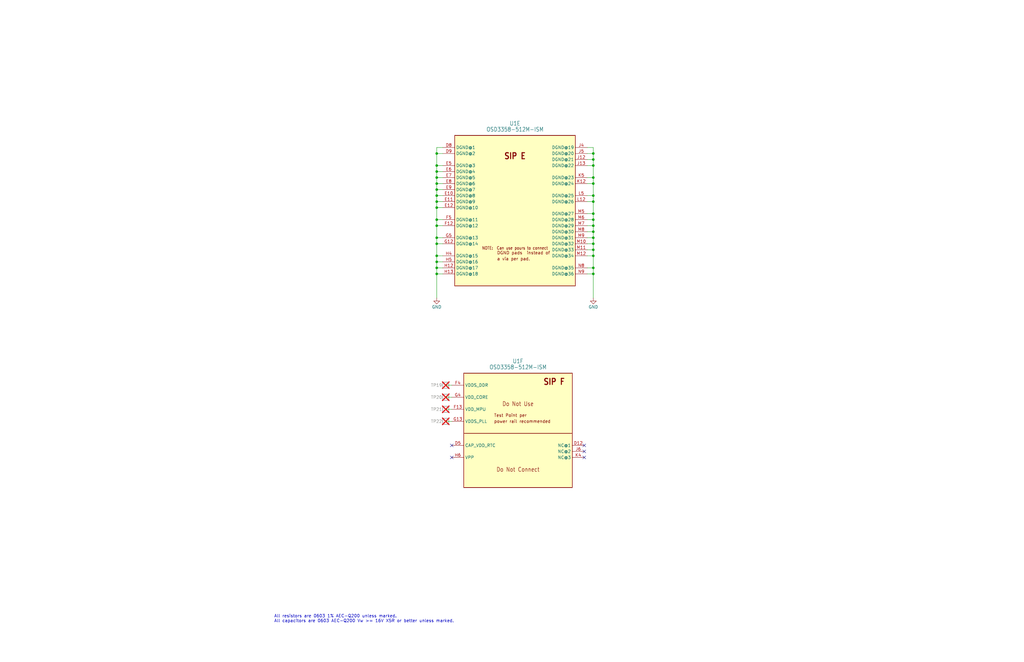
<source format=kicad_sch>
(kicad_sch (version 20250114) (generator "eeschema") (generator_version "9.0")
  (paper "B")
  (title_block (title "OreSat C3: OSD3358 SIP E + F") (date "2023-05-29") (rev "6.1"))
  (lib_symbols
    (symbol "oresat-ics:OSD3358-512M-BSM"
      (property "Reference" "U" (at 0 87.63 0))
      (property "Value" "OSD3358-512M-BSM" (at 0 85.09 0))
      (symbol "OSD3358-512M-BSM_1_0"
        (polyline (pts (xy -30.48 83.82) (xy 0 83.82)) (stroke (width 0.254)))
        (polyline (pts (xy -30.48 68.58) (xy -30.48 83.82)) (stroke (width 0.254)))
        (polyline (pts (xy -30.48 53.34) (xy -30.48 68.58)) (stroke (width 0.254)))
        (polyline (pts (xy -30.48 30.48) (xy -30.48 53.34)) (stroke (width 0.254)))
        (polyline (pts (xy -30.48 10.16) (xy -30.48 30.48)) (stroke (width 0.254)))
        (polyline (pts (xy -30.48 0) (xy -30.48 10.16)) (stroke (width 0.254)))
        (polyline (pts (xy -30.48 -10.16) (xy -30.48 0)) (stroke (width 0.254)))
        (polyline (pts (xy -30.48 -45.72) (xy -30.48 -10.16)) (stroke (width 0.254)))
        (polyline (pts (xy -30.48 -68.58) (xy -30.48 -45.72)) (stroke (width 0.254)))
        (polyline (pts (xy -30.48 -78.74) (xy -30.48 -68.58)) (stroke (width 0.254)))
        (polyline (pts (xy -30.48 -88.9) (xy -30.48 -78.74)) (stroke (width 0.254)))
        (polyline (pts (xy -30.48 -88.9) (xy 0 -88.9)) (stroke (width 0.254)))
        (polyline (pts (xy 0 83.82) (xy 0 68.58)) (stroke (width 0.254)))
        (polyline (pts (xy 0 83.82) (xy 30.48 83.82)) (stroke (width 0.254)))
        (polyline (pts (xy 0 68.58) (xy -30.48 68.58)) (stroke (width 0.254)))
        (polyline (pts (xy 0 68.58) (xy 0 66.04)) (stroke (width 0.254)))
        (polyline (pts (xy 0 66.04) (xy 0 53.34)) (stroke (width 0.254)))
        (polyline (pts (xy 0 53.34) (xy -30.48 53.34)) (stroke (width 0.254)))
        (polyline (pts (xy 0 53.34) (xy 0 48.26)) (stroke (width 0.254)))
        (polyline (pts (xy 0 48.26) (xy 0 35.56)) (stroke (width 0.254)))
        (polyline (pts (xy 0 35.56) (xy 0 30.48)) (stroke (width 0.254)))
        (polyline (pts (xy 0 30.48) (xy -30.48 30.48)) (stroke (width 0.254)))
        (polyline (pts (xy 0 30.48) (xy 0 22.86)) (stroke (width 0.254)))
        (polyline (pts (xy 0 22.86) (xy 0 10.16)) (stroke (width 0.254)))
        (polyline (pts (xy 0 10.16) (xy -30.48 10.16)) (stroke (width 0.254)))
        (polyline (pts (xy 0 10.16) (xy 0 0)) (stroke (width 0.254)))
        (polyline (pts (xy 0 0) (xy -30.48 0)) (stroke (width 0.254)))
        (polyline (pts (xy 0 0) (xy 0 -10.16)) (stroke (width 0.254)))
        (polyline (pts (xy 0 -10.16) (xy -30.48 -10.16)) (stroke (width 0.254)))
        (polyline (pts (xy 0 -10.16) (xy 0 -33.02)) (stroke (width 0.254)))
        (polyline (pts (xy 0 -33.02) (xy 0 -45.72)) (stroke (width 0.254)))
        (polyline (pts (xy 0 -45.72) (xy -30.48 -45.72)) (stroke (width 0.254)))
        (polyline (pts (xy 0 -45.72) (xy 0 -66.04)) (stroke (width 0.254)))
        (polyline (pts (xy 0 -66.04) (xy 0 -68.58)) (stroke (width 0.254)))
        (polyline (pts (xy 0 -68.58) (xy -30.48 -68.58)) (stroke (width 0.254)))
        (polyline (pts (xy 0 -68.58) (xy 0 -78.74)) (stroke (width 0.254)))
        (polyline (pts (xy 0 -78.74) (xy -30.48 -78.74)) (stroke (width 0.254)))
        (polyline (pts (xy 0 -78.74) (xy 0 -88.9)) (stroke (width 0.254)))
        (polyline (pts (xy 0 -88.9) (xy 30.48 -88.9)) (stroke (width 0.254)))
        (polyline (pts (xy 30.48 83.82) (xy 30.48 66.04)) (stroke (width 0.254)))
        (polyline (pts (xy 30.48 66.04) (xy 0 66.04)) (stroke (width 0.254)))
        (polyline (pts (xy 30.48 66.04) (xy 30.48 48.26)) (stroke (width 0.254)))
        (polyline (pts (xy 30.48 48.26) (xy 0 48.26)) (stroke (width 0.254)))
        (polyline (pts (xy 30.48 48.26) (xy 30.48 35.56)) (stroke (width 0.254)))
        (polyline (pts (xy 30.48 35.56) (xy 0 35.56)) (stroke (width 0.254)))
        (polyline (pts (xy 30.48 35.56) (xy 30.48 22.86)) (stroke (width 0.254)))
        (polyline (pts (xy 30.48 22.86) (xy 0 22.86)) (stroke (width 0.254)))
        (polyline (pts (xy 30.48 22.86) (xy 30.48 -10.16)) (stroke (width 0.254)))
        (polyline (pts (xy 30.48 -10.16) (xy 0 -10.16)) (stroke (width 0.254)))
        (polyline (pts (xy 30.48 -10.16) (xy 30.48 -33.02)) (stroke (width 0.254)))
        (polyline (pts (xy 30.48 -33.02) (xy 0 -33.02)) (stroke (width 0.254)))
        (polyline (pts (xy 30.48 -33.02) (xy 30.48 -66.04)) (stroke (width 0.254)))
        (polyline (pts (xy 30.48 -66.04) (xy 0 -66.04)) (stroke (width 0.254)))
        (polyline (pts (xy 30.48 -66.04) (xy 30.48 -88.9)) (stroke (width 0.254)))
        (text "GND to program EEPROM" (at -25.4 -71.12 0) (effects (font (size 1.27 1.0795)) (justify left bottom)))
        (text "SIP A" (at -20.32 17.78 0) (effects (font (size 2.54 2.159) (bold yes)) (justify left bottom)))
        (text "I2C0" (at -2.54 -60.96 900) (effects (font (size 2.54 2.159)) (justify left bottom)))
        (text "Connect together with pour" (at 5.08 -7.62 900) (effects (font (size 1.27 1.0795)) (justify left bottom)))
        (text "Connect together with pour" (at 5.08 -60.96 900) (effects (font (size 1.27 1.0795)) (justify left bottom)))
        (text "Reset" (at 5.08 -81.28 900) (effects (font (size 2.54 2.159)) (justify left bottom)))
        (text "Connect to either:\nSYS_VDD_1P8V or\nSYS_VDD3_3P3V" (at 8.89 -21.59 900) (effects (font (size 1.27 1.0795)) (justify bottom)))
        (pin power_in line (at -35.56 78.74 0) (length 5.08) (name "VIN_AC@1") (number "P10"))
        (pin power_in line (at -35.56 76.2 0) (length 5.08) (name "VIN_AC@2") (number "R10"))
        (pin power_in line (at -35.56 73.66 0) (length 5.08) (name "VIN_AC@3") (number "T10"))
        (pin power_in line (at -35.56 63.5 0) (length 5.08) (name "VIN_USB@1") (number "P9"))
        (pin power_in line (at -35.56 60.96 0) (length 5.08) (name "VIN_USB@2") (number "R9"))
        (pin power_in line (at -35.56 58.42 0) (length 5.08) (name "VIN_USB@3") (number "T9"))
        (pin power_in line (at -35.56 48.26 0) (length 5.08) (name "VIN_BAT@1") (number "P8"))
        (pin power_in line (at -35.56 45.72 0) (length 5.08) (name "VIN_BAT@2") (number "R8"))
        (pin power_in line (at -35.56 43.18 0) (length 5.08) (name "VIN_BAT@3") (number "T8"))
        (pin bidirectional line (at -35.56 38.1 0) (length 5.08) (name "PMIC_BAT_SENSE") (number "N7"))
        (pin bidirectional line (at -35.56 35.56 0) (length 5.08) (name "PMIC_TS") (number "N6"))
        (pin bidirectional line (at -35.56 5.08 0) (length 5.08) (name "PMIC_NRESET") (number "M13"))
        (pin bidirectional line (at -35.56 -5.08 0) (length 5.08) (name "PMIC_PB_IN") (number "T11"))
        (pin input line (at -35.56 -15.24 0) (length 5.08) (name "PMIC_PWR_EN") (number "N11"))
        (pin output line (at -35.56 -17.78 0) (length 5.08) (name "PMIC_POWER_EN") (number "N10"))
        (pin output line (at -35.56 -22.86 0) (length 5.08) (name "PMIC_LDO_PGOOD") (number "N4"))
        (pin bidirectional line (at -35.56 -25.4 0) (length 5.08) (name "RTC_PWRONRSTN") (number "N5"))
        (pin output line (at -35.56 -30.48 0) (length 5.08) (name "PMIC_NWAKEUP") (number "L4"))
        (pin bidirectional line (at -35.56 -33.02 0) (length 5.08) (name "EXT_WAKEUP") (number "M4"))
        (pin output line (at -35.56 -38.1 0) (length 5.08) (name "PMIC_NINT") (number "E4"))
        (pin bidirectional line (at -35.56 -40.64 0) (length 5.08) (name "EXTINTN") (number "D4"))
        (pin bidirectional line (at -35.56 -50.8 0) (length 5.08) (name "PMIC_SCL") (number "D10"))
        (pin bidirectional line (at -35.56 -53.34 0) (length 5.08) (name "I2C0_SCL") (number "C10"))
        (pin bidirectional line (at -35.56 -60.96 0) (length 5.08) (name "PMIC_SDA") (number "D11"))
        (pin bidirectional line (at -35.56 -63.5 0) (length 5.08) (name "I2C0_SDA") (number "C11"))
        (pin bidirectional line (at -35.56 -73.66 0) (length 5.08) (name "EEPROM_WP") (number "M2"))
        (pin bidirectional line (at -35.56 -83.82 0) (length 5.08) (name "RTC_KALDO_ENN") (number "M16"))
        (pin power_in line (at 35.56 78.74 180) (length 5.08) (name "SYS_VOUT@1") (number "K6"))
        (pin power_in line (at 35.56 76.2 180) (length 5.08) (name "SYS_VOUT@2") (number "K7"))
        (pin power_in line (at 35.56 73.66 180) (length 5.08) (name "SYS_VOUT@3") (number "L6"))
        (pin power_in line (at 35.56 71.12 180) (length 5.08) (name "SYS_VOUT@4") (number "L7"))
        (pin power_in line (at 35.56 60.96 180) (length 5.08) (name "SYS_VDD1_3P3V@1") (number "F6"))
        (pin power_in line (at 35.56 58.42 180) (length 5.08) (name "SYS_VDD1_3P3V@2") (number "F7"))
        (pin power_in line (at 35.56 55.88 180) (length 5.08) (name "SYS_VDD1_3P3V@3") (number "G6"))
        (pin power_in line (at 35.56 53.34 180) (length 5.08) (name "SYS_VDD1_3P3V@4") (number "G7"))
        (pin power_in line (at 35.56 43.18 180) (length 5.08) (name "SYS_VDD2_3P3V@1") (number "F11"))
        (pin power_in line (at 35.56 40.64 180) (length 5.08) (name "SYS_VDD2_3P3V@2") (number "G11"))
        (pin power_in line (at 35.56 30.48 180) (length 5.08) (name "SYS_RTC_1P8V@1") (number "K11"))
        (pin power_in line (at 35.56 27.94 180) (length 5.08) (name "SYS_RTC_1P8V@2") (number "L11"))
        (pin power_in line (at 35.56 12.7 180) (length 5.08) (name "SYS_VDD3_3P3V@1") (number "F8"))
        (pin power_in line (at 35.56 10.16 180) (length 5.08) (name "SYS_VDD3_3P3V@2") (number "G8"))
        (pin power_in line (at 35.56 7.62 180) (length 5.08) (name "SYS_VDD3_3P3V@3") (number "H7"))
        (pin power_in line (at 35.56 5.08 180) (length 5.08) (name "SYS_VDD3_3P3V@4") (number "H8"))
        (pin power_in line (at 35.56 2.54 180) (length 5.08) (name "SYS_VDD3_3P3V@5") (number "J7"))
        (pin power_in line (at 35.56 0 180) (length 5.08) (name "SYS_VDD3_3P3V@6") (number "J8"))
        (pin power_in line (at 35.56 -2.54 180) (length 5.08) (name "SYS_VDD3_3P3V@7") (number "K8"))
        (pin power_in line (at 35.56 -5.08 180) (length 5.08) (name "SYS_VDD3_3P3V@8") (number "L8"))
        (pin power_in line (at 35.56 -15.24 180) (length 5.08) (name "VDDSHV1") (number "J9"))
        (pin power_in line (at 35.56 -17.78 180) (length 5.08) (name "VDDSHV2") (number "K9"))
        (pin power_in line (at 35.56 -20.32 180) (length 5.08) (name "VDDSHV3") (number "L9"))
        (pin power_in line (at 35.56 -22.86 180) (length 5.08) (name "VDDSHV4") (number "F9"))
        (pin power_in line (at 35.56 -25.4 180) (length 5.08) (name "VDDSHV5") (number "G9"))
        (pin power_in line (at 35.56 -27.94 180) (length 5.08) (name "VDDSHV6") (number "H9"))
        (pin power_in line (at 35.56 -38.1 180) (length 5.08) (name "SYS_VDD_1P8V@1") (number "F10"))
        (pin power_in line (at 35.56 -40.64 180) (length 5.08) (name "SYS_VDD_1P8V@2") (number "G10"))
        (pin power_in line (at 35.56 -43.18 180) (length 5.08) (name "SYS_VDD_1P8V@3") (number "H10"))
        (pin power_in line (at 35.56 -45.72 180) (length 5.08) (name "SYS_VDD_1P8V@4") (number "H11"))
        (pin power_in line (at 35.56 -48.26 180) (length 5.08) (name "SYS_VDD_1P8V@5") (number "J10"))
        (pin power_in line (at 35.56 -50.8 180) (length 5.08) (name "SYS_VDD_1P8V@6") (number "J11"))
        (pin power_in line (at 35.56 -53.34 180) (length 5.08) (name "SYS_VDD_1P8V@7") (number "K10"))
        (pin power_in line (at 35.56 -55.88 180) (length 5.08) (name "SYS_VDD_1P8V@8") (number "L10"))
        (pin output line (at 35.56 -71.12 180) (length 5.08) (name "PMIC_PGOOD") (number "N12"))
        (pin bidirectional line (at 35.56 -73.66 180) (length 5.08) (name "PWRONRSTN") (number "P11"))
        (pin bidirectional line (at 35.56 -83.82 180) (length 5.08) (name "WARMRSTN") (number "R11"))
      )
      (symbol "OSD3358-512M-BSM_1_1"
        (rectangle (start -30.48 83.82) (end 30.48 -88.9) (fill (type background)))
      )
      (symbol "OSD3358-512M-BSM_2_0"
        (rectangle (start -25.4 58.42) (end 25.4 -60.96) (fill (type background)))
        (polyline (pts (xy -25.4 58.42) (xy 25.4 58.42)) (stroke (width 0.254)))
        (polyline (pts (xy -25.4 48.26) (xy -25.4 58.42)) (stroke (width 0.254)))
        (polyline (pts (xy -25.4 48.26) (xy 0 48.26)) (stroke (width 0.254)))
        (polyline (pts (xy -25.4 17.78) (xy -25.4 48.26)) (stroke (width 0.254)))
        (polyline (pts (xy -25.4 17.78) (xy 0 17.78)) (stroke (width 0.254)))
        (polyline (pts (xy -25.4 -12.7) (xy -25.4 17.78)) (stroke (width 0.254)))
        (polyline (pts (xy -25.4 -12.7) (xy 0 -12.7)) (stroke (width 0.254)))
        (polyline (pts (xy -25.4 -38.1) (xy -25.4 -12.7)) (stroke (width 0.254)))
        (polyline (pts (xy -25.4 -38.1) (xy 25.4 -38.1)) (stroke (width 0.254)))
        (polyline (pts (xy -25.4 -60.96) (xy -25.4 -38.1)) (stroke (width 0.254)))
        (polyline (pts (xy 0 48.26) (xy 0 17.78)) (stroke (width 0.254)))
        (polyline (pts (xy 0 48.26) (xy 25.4 48.26)) (stroke (width 0.254)))
        (polyline (pts (xy 0 17.78) (xy 0 0)) (stroke (width 0.254)))
        (polyline (pts (xy 0 0) (xy 0 -12.7)) (stroke (width 0.254)))
        (polyline (pts (xy 0 0) (xy 25.4 0)) (stroke (width 0.254)))
        (polyline (pts (xy 0 -12.7) (xy 0 -60.96)) (stroke (width 0.254)))
        (polyline (pts (xy 0 -60.96) (xy -25.4 -60.96)) (stroke (width 0.254)))
        (polyline (pts (xy 25.4 58.42) (xy 25.4 48.26)) (stroke (width 0.254)))
        (polyline (pts (xy 25.4 48.26) (xy 25.4 0)) (stroke (width 0.254)))
        (polyline (pts (xy 25.4 0) (xy 25.4 -38.1)) (stroke (width 0.254)))
        (polyline (pts (xy 25.4 -38.1) (xy 25.4 -60.96)) (stroke (width 0.254)))
        (polyline (pts (xy 25.4 -60.96) (xy 0 -60.96)) (stroke (width 0.254)))
        (text "SIP B" (at -5.08 53.34 0) (effects (font (size 2.54 2.159) (bold yes)) (justify left bottom)))
        (text "XTAL" (at -2.54 30.48 900) (effects (font (size 2.54 2.159)) (justify left bottom)))
        (text "RTC" (at -2.54 0 900) (effects (font (size 2.54 2.159)) (justify left bottom)))
        (text "JTAG" (at -2.54 -25.4 900) (effects (font (size 2.54 2.159)) (justify left bottom)))
        (text "USB0" (at -2.54 -53.34 900) (effects (font (size 2.54 2.159)) (justify left bottom)))
        (text "Analog" (at 2.54 22.86 0) (effects (font (size 2.54 2.159)) (justify left bottom)))
        (text "Analog Inputs" (at 5.08 -30.48 900) (effects (font (size 2.54 2.159)) (justify left bottom)))
        (text "USB1" (at 5.08 -53.34 900) (effects (font (size 2.54 2.159)) (justify left bottom)))
        (text "Pwr & Gnd" (at 12.7 20.32 0) (effects (font (size 2.159 2.159))))
        (pin bidirectional line (at -30.48 43.18 0) (length 5.08) (name "OSC0_IN") (number "P16"))
        (pin bidirectional line (at -30.48 27.94 0) (length 5.08) (name "OSC0_OUT") (number "N16"))
        (pin bidirectional line (at -30.48 22.86 0) (length 5.08) (name "OSC0_GND") (number "N15"))
        (pin bidirectional line (at -30.48 12.7 0) (length 5.08) (name "OSC1_IN") (number "A6"))
        (pin bidirectional line (at -30.48 -2.54 0) (length 5.08) (name "OSC1_OUT") (number "A5"))
        (pin bidirectional line (at -30.48 -7.62 0) (length 5.08) (name "OSC1_GND") (number "B5"))
        (pin bidirectional line (at -30.48 -17.78 0) (length 5.08) (name "TDI") (number "C1"))
        (pin bidirectional line (at -30.48 -20.32 0) (length 5.08) (name "TDO") (number "C2"))
        (pin bidirectional line (at -30.48 -22.86 0) (length 5.08) (name "TCK") (number "D1"))
        (pin bidirectional line (at -30.48 -25.4 0) (length 5.08) (name "TMS") (number "D2"))
        (pin bidirectional line (at -30.48 -27.94 0) (length 5.08) (name "TRSTN") (number "D3"))
        (pin bidirectional line (at -30.48 -30.48 0) (length 5.08) (name "EMU0") (number "E2"))
        (pin bidirectional line (at -30.48 -33.02 0) (length 5.08) (name "EMU1") (number "E3"))
        (pin bidirectional line (at -30.48 -43.18 0) (length 5.08) (name "USB0_VBUS") (number "J16"))
        (pin bidirectional line (at -30.48 -45.72 0) (length 5.08) (name "USB0_DM") (number "K16"))
        (pin bidirectional line (at -30.48 -48.26 0) (length 5.08) (name "USB0_DP") (number "K15"))
        (pin bidirectional line (at -30.48 -50.8 0) (length 5.08) (name "USB0_ID") (number "K14"))
        (pin bidirectional line (at -30.48 -53.34 0) (length 5.08) (name "USB0_CE") (number "K13"))
        (pin bidirectional line (at -30.48 -55.88 0) (length 5.08) (name "USB0_DRVVBUS") (number "J15"))
        (pin bidirectional line (at 30.48 45.72 180) (length 5.08) (name "SYS_ADC_1P8V") (number "A7"))
        (pin bidirectional line (at 30.48 35.56 180) (length 5.08) (name "VREFP") (number "B7"))
        (pin bidirectional line (at 30.48 15.24 180) (length 5.08) (name "AGND_ADC") (number "A9"))
        (pin bidirectional line (at 30.48 5.08 180) (length 5.08) (name "VREFN") (number "B9"))
        (pin bidirectional line (at 30.48 -5.08 180) (length 5.08) (name "AIN0") (number "A8"))
        (pin bidirectional line (at 30.48 -7.62 180) (length 5.08) (name "AIN1") (number "B8"))
        (pin bidirectional line (at 30.48 -10.16 180) (length 5.08) (name "AIN2") (number "B6"))
        (pin bidirectional line (at 30.48 -12.7 180) (length 5.08) (name "AIN3") (number "C6"))
        (pin bidirectional line (at 30.48 -15.24 180) (length 5.08) (name "AIN4") (number "C7"))
        (pin bidirectional line (at 30.48 -17.78 180) (length 5.08) (name "AIN5") (number "C8"))
        (pin bidirectional line (at 30.48 -20.32 180) (length 5.08) (name "AIN6") (number "C9"))
        (pin bidirectional line (at 30.48 -22.86 180) (length 5.08) (name "AIN7") (number "D7"))
        (pin bidirectional line (at 30.48 -27.94 180) (length 5.08) (name "PMIC_MUX_OUT") (number "D6"))
        (pin bidirectional line (at 30.48 -33.02 180) (length 5.08) (name "PMIC_MUX_IN") (number "N13"))
        (pin bidirectional line (at 30.48 -43.18 180) (length 5.08) (name "USB1_VBUS") (number "M15"))
        (pin bidirectional line (at 30.48 -45.72 180) (length 5.08) (name "USB1_DM") (number "L16"))
        (pin bidirectional line (at 30.48 -48.26 180) (length 5.08) (name "USB1_DP") (number "L15"))
        (pin bidirectional line (at 30.48 -50.8 180) (length 5.08) (name "USB1_ID") (number "L14"))
        (pin bidirectional line (at 30.48 -53.34 180) (length 5.08) (name "USB1_CE") (number "L13"))
        (pin bidirectional line (at 30.48 -55.88 180) (length 5.08) (name "USB1_DRVVBUS") (number "M14"))
      )
      (symbol "OSD3358-512M-BSM_3_0"
        (rectangle (start -25.4 60.96) (end 25.4 -63.5) (fill (type background)))
        (polyline (pts (xy -25.4 60.96) (xy 25.4 60.96)) (stroke (width 0.254)))
        (polyline (pts (xy -25.4 -63.5) (xy -25.4 60.96)) (stroke (width 0.254)))
        (polyline (pts (xy 25.4 60.96) (xy 25.4 -63.5)) (stroke (width 0.254)))
        (polyline (pts (xy 25.4 -63.5) (xy -25.4 -63.5)) (stroke (width 0.254)))
        (text "SIP C" (at -5.08 53.34 0) (effects (font (size 2.54 2.159) (bold yes)) (justify left bottom)))
        (pin bidirectional line (at -30.48 55.88 0) (length 5.08) (name "UART0_TXD") (number "B12"))
        (pin bidirectional line (at -30.48 53.34 0) (length 5.08) (name "UART0_RXD") (number "A12"))
        (pin bidirectional line (at -30.48 50.8 0) (length 5.08) (name "UART0_CTSN") (number "C12"))
        (pin bidirectional line (at -30.48 48.26 0) (length 5.08) (name "UART0_RTSN") (number "C13"))
        (pin bidirectional line (at -30.48 40.64 0) (length 5.08) (name "UART1_TXD") (number "B11"))
        (pin bidirectional line (at -30.48 38.1 0) (length 5.08) (name "UART1_RXD") (number "A11"))
        (pin bidirectional line (at -30.48 35.56 0) (length 5.08) (name "UART1_CTSN") (number "B10"))
        (pin bidirectional line (at -30.48 33.02 0) (length 5.08) (name "UART1_RTSN") (number "A10"))
        (pin bidirectional line (at -30.48 25.4 0) (length 5.08) (name "SPI0_SCLK") (number "A13"))
        (pin bidirectional line (at -30.48 22.86 0) (length 5.08) (name "SPI0_D0") (number "B13"))
        (pin bidirectional line (at -30.48 20.32 0) (length 5.08) (name "SPI0_D1") (number "B14"))
        (pin bidirectional line (at -30.48 17.78 0) (length 5.08) (name "SPI0_CS0") (number "A14"))
        (pin bidirectional line (at -30.48 15.24 0) (length 5.08) (name "SPI0_CS1") (number "C14"))
        (pin bidirectional line (at -30.48 7.62 0) (length 5.08) (name "MMC0_CLK") (number "B15"))
        (pin bidirectional line (at -30.48 5.08 0) (length 5.08) (name "MMC0_CMD") (number "B16"))
        (pin bidirectional line (at -30.48 2.54 0) (length 5.08) (name "MMC0_DAT0") (number "A16"))
        (pin bidirectional line (at -30.48 0 0) (length 5.08) (name "MMC0_DAT1") (number "A15"))
        (pin bidirectional line (at -30.48 -2.54 0) (length 5.08) (name "MMC0_DAT2") (number "C16"))
        (pin bidirectional line (at -30.48 -5.08 0) (length 5.08) (name "MMC0_DAT3") (number "C15"))
        (pin bidirectional line (at -30.48 -12.7 0) (length 5.08) (name "MCASP0_ACLKX") (number "A1"))
        (pin bidirectional line (at -30.48 -15.24 0) (length 5.08) (name "MCASP0_FSX") (number "A2"))
        (pin bidirectional line (at -30.48 -17.78 0) (length 5.08) (name "MCASP0_AXR0") (number "B2"))
        (pin bidirectional line (at -30.48 -20.32 0) (length 5.08) (name "MCASP0_AHCLKR") (number "B1"))
        (pin bidirectional line (at -30.48 -22.86 0) (length 5.08) (name "MCASP0_ACLKR") (number "A3"))
        (pin bidirectional line (at -30.48 -25.4 0) (length 5.08) (name "MCASP0_FSR") (number "B3"))
        (pin bidirectional line (at -30.48 -27.94 0) (length 5.08) (name "MCASP0_AXR1") (number "C3"))
        (pin bidirectional line (at -30.48 -30.48 0) (length 5.08) (name "MCASP0_AHCLKX") (number "C4"))
        (pin bidirectional line (at -30.48 -38.1 0) (length 5.08) (name "XDMA_EVENT_INTR0") (number "A4"))
        (pin bidirectional line (at -30.48 -40.64 0) (length 5.08) (name "XDMA_EVENT_INTR1") (number "B4"))
        (pin bidirectional line (at -30.48 -43.18 0) (length 5.08) (name "ECAP0_IN_PWM0_OUT") (number "C5"))
        (pin bidirectional line (at 30.48 55.88 180) (length 5.08) (name "GPMC_CLK") (number "T7"))
        (pin bidirectional line (at 30.48 50.8 180) (length 5.08) (name "GPMC_A0") (number "T12"))
        (pin bidirectional line (at 30.48 48.26 180) (length 5.08) (name "GPMC_A1") (number "R12"))
        (pin bidirectional line (at 30.48 45.72 180) (length 5.08) (name "GPMC_A2") (number "P12"))
        (pin bidirectional line (at 30.48 43.18 180) (length 5.08) (name "GPMC_A3") (number "T13"))
        (pin bidirectional line (at 30.48 40.64 180) (length 5.08) (name "GPMC_A4") (number "R13"))
        (pin bidirectional line (at 30.48 38.1 180) (length 5.08) (name "GPMC_A5") (number "P13"))
        (pin bidirectional line (at 30.48 35.56 180) (length 5.08) (name "GPMC_A6") (number "T14"))
        (pin bidirectional line (at 30.48 33.02 180) (length 5.08) (name "GPMC_A7") (number "R14"))
        (pin bidirectional line (at 30.48 30.48 180) (length 5.08) (name "GPMC_A8") (number "P14"))
        (pin bidirectional line (at 30.48 27.94 180) (length 5.08) (name "GPMC_A9") (number "T15"))
        (pin bidirectional line (at 30.48 25.4 180) (length 5.08) (name "GPMC_A10") (number "R15"))
        (pin bidirectional line (at 30.48 22.86 180) (length 5.08) (name "GPMC_A11") (number "T16"))
        (pin bidirectional line (at 30.48 17.78 180) (length 5.08) (name "GPMC_BEN1") (number "N14"))
        (pin bidirectional line (at 30.48 15.24 180) (length 5.08) (name "GPMC_WAIT0") (number "P15"))
        (pin bidirectional line (at 30.48 12.7 180) (length 5.08) (name "GPMC_WPN") (number "R16"))
        (pin bidirectional line (at 30.48 7.62 180) (length 5.08) (name "GPMC_CSN0") (number "P3"))
        (pin bidirectional line (at 30.48 5.08 180) (length 5.08) (name "GPMC_CSN1") (number "P2"))
        (pin bidirectional line (at 30.48 2.54 180) (length 5.08) (name "GPMC_CSN2") (number "P1"))
        (pin bidirectional line (at 30.48 0 180) (length 5.08) (name "GPMC_CSN3") (number "R7"))
        (pin bidirectional line (at 30.48 -5.08 180) (length 5.08) (name "GPMC_AD0") (number "R3"))
        (pin bidirectional line (at 30.48 -7.62 180) (length 5.08) (name "GPMC_AD1") (number "R2"))
        (pin bidirectional line (at 30.48 -10.16 180) (length 5.08) (name "GPMC_AD2") (number "R1"))
        (pin bidirectional line (at 30.48 -12.7 180) (length 5.08) (name "GPMC_AD3") (number "T3"))
        (pin bidirectional line (at 30.48 -15.24 180) (length 5.08) (name "GPMC_AD4") (number "T2"))
        (pin bidirectional line (at 30.48 -17.78 180) (length 5.08) (name "GPMC_AD5") (number "T1"))
        (pin bidirectional line (at 30.48 -20.32 180) (length 5.08) (name "GPMC_AD6") (number "P4"))
        (pin bidirectional line (at 30.48 -22.86 180) (length 5.08) (name "GPMC_AD7") (number "R4"))
        (pin bidirectional line (at 30.48 -27.94 180) (length 5.08) (name "GPMC_AD8") (number "T4"))
        (pin bidirectional line (at 30.48 -30.48 180) (length 5.08) (name "GPMC_AD9") (number "P5"))
        (pin bidirectional line (at 30.48 -33.02 180) (length 5.08) (name "GPMC_AD10") (number "R5"))
        (pin bidirectional line (at 30.48 -35.56 180) (length 5.08) (name "GPMC_AD11") (number "T5"))
        (pin bidirectional line (at 30.48 -38.1 180) (length 5.08) (name "GPMC_AD12") (number "P6"))
        (pin bidirectional line (at 30.48 -40.64 180) (length 5.08) (name "GPMC_AD13") (number "R6"))
        (pin bidirectional line (at 30.48 -43.18 180) (length 5.08) (name "GPMC_AD14") (number "T6"))
        (pin bidirectional line (at 30.48 -45.72 180) (length 5.08) (name "GPMC_AD15") (number "P7"))
        (pin bidirectional line (at 30.48 -50.8 180) (length 5.08) (name "GPMC_ADVN_ALE") (number "M1"))
        (pin bidirectional line (at 30.48 -53.34 180) (length 5.08) (name "GPMC_BEN0_CLE") (number "N3"))
        (pin bidirectional line (at 30.48 -55.88 180) (length 5.08) (name "GPMC_WEN") (number "N2"))
        (pin bidirectional line (at 30.48 -58.42 180) (length 5.08) (name "GPMC_OEN_REN") (number "N1"))
      )
      (symbol "OSD3358-512M-BSM_4_0"
        (rectangle (start -25.4 33.02) (end 25.4 -35.56) (fill (type background)))
        (polyline (pts (xy -25.4 33.02) (xy 25.4 33.02)) (stroke (width 0.254)))
        (polyline (pts (xy -25.4 -35.56) (xy -25.4 33.02)) (stroke (width 0.254)))
        (polyline (pts (xy 25.4 33.02) (xy 25.4 -35.56)) (stroke (width 0.254)))
        (polyline (pts (xy 25.4 -35.56) (xy -25.4 -35.56)) (stroke (width 0.254)))
        (text "SIP D" (at -20.32 -30.48 0) (effects (font (size 2.54 2.159) (bold yes)) (justify left bottom)))
        (pin bidirectional line (at -30.48 27.94 0) (length 5.08) (name "MII1_TX_CLK") (number "H16"))
        (pin bidirectional line (at -30.48 25.4 0) (length 5.08) (name "MII1_TXD0") (number "H15"))
        (pin bidirectional line (at -30.48 22.86 0) (length 5.08) (name "MII1_TXD1") (number "H14"))
        (pin bidirectional line (at -30.48 20.32 0) (length 5.08) (name "MII1_TXD2") (number "G16"))
        (pin bidirectional line (at -30.48 17.78 0) (length 5.08) (name "MII1_TXD3") (number "G15"))
        (pin bidirectional line (at -30.48 15.24 0) (length 5.08) (name "MII1_TX_EN") (number "G14"))
        (pin bidirectional line (at -30.48 12.7 0) (length 5.08) (name "MII1_CRS") (number "F14"))
        (pin bidirectional line (at -30.48 10.16 0) (length 5.08) (name "MII1_COL") (number "F15"))
        (pin bidirectional line (at -30.48 5.08 0) (length 5.08) (name "MII1_RX_CLK") (number "E16"))
        (pin bidirectional line (at -30.48 2.54 0) (length 5.08) (name "MII1_RXD0") (number "E14"))
        (pin bidirectional line (at -30.48 0 0) (length 5.08) (name "MII1_RXD1") (number "D16"))
        (pin bidirectional line (at -30.48 -2.54 0) (length 5.08) (name "MII1_RXD2") (number "D15"))
        (pin bidirectional line (at -30.48 -5.08 0) (length 5.08) (name "MII1_RXD3") (number "D14"))
        (pin bidirectional line (at -30.48 -7.62 0) (length 5.08) (name "MII1_RX_ER") (number "E15"))
        (pin bidirectional line (at -30.48 -10.16 0) (length 5.08) (name "MII1_RX_DV") (number "F16"))
        (pin bidirectional line (at -30.48 -15.24 0) (length 5.08) (name "RMII1_REF_CLK") (number "J14"))
        (pin bidirectional line (at -30.48 -17.78 0) (length 5.08) (name "MDC") (number "D13"))
        (pin bidirectional line (at -30.48 -20.32 0) (length 5.08) (name "MDIO") (number "E13"))
        (pin bidirectional line (at 30.48 27.94 180) (length 5.08) (name "LCD_DATA0") (number "G3"))
        (pin bidirectional line (at 30.48 25.4 180) (length 5.08) (name "LCD_DATA1") (number "G2"))
        (pin bidirectional line (at 30.48 22.86 180) (length 5.08) (name "LCD_DATA2") (number "G1"))
        (pin bidirectional line (at 30.48 20.32 180) (length 5.08) (name "LCD_DATA3") (number "H3"))
        (pin bidirectional line (at 30.48 17.78 180) (length 5.08) (name "LCD_DATA4") (number "H2"))
        (pin bidirectional line (at 30.48 15.24 180) (length 5.08) (name "LCD_DATA5") (number "H1"))
        (pin bidirectional line (at 30.48 12.7 180) (length 5.08) (name "LCD_DATA6") (number "J3"))
        (pin bidirectional line (at 30.48 10.16 180) (length 5.08) (name "LCD_DATA7") (number "J2"))
        (pin bidirectional line (at 30.48 7.62 180) (length 5.08) (name "LCD_DATA8") (number "J1"))
        (pin bidirectional line (at 30.48 5.08 180) (length 5.08) (name "LCD_DATA9") (number "K3"))
        (pin bidirectional line (at 30.48 2.54 180) (length 5.08) (name "LCD_DATA10") (number "K2"))
        (pin bidirectional line (at 30.48 0 180) (length 5.08) (name "LCD_DATA11") (number "K1"))
        (pin bidirectional line (at 30.48 -2.54 180) (length 5.08) (name "LCD_DATA12") (number "L3"))
        (pin bidirectional line (at 30.48 -5.08 180) (length 5.08) (name "LCD_DATA13") (number "L2"))
        (pin bidirectional line (at 30.48 -7.62 180) (length 5.08) (name "LCD_DATA14") (number "L1"))
        (pin bidirectional line (at 30.48 -10.16 180) (length 5.08) (name "LCD_DATA15") (number "M3"))
        (pin bidirectional line (at 30.48 -15.24 180) (length 5.08) (name "LCD_PCLK") (number "F1"))
        (pin bidirectional line (at 30.48 -17.78 180) (length 5.08) (name "LCD_VSYNC") (number "F3"))
        (pin bidirectional line (at 30.48 -20.32 180) (length 5.08) (name "LCD_HSYNC") (number "F2"))
        (pin bidirectional line (at 30.48 -22.86 180) (length 5.08) (name "LCD_AC_BIAS_EN") (number "E1"))
      )
      (symbol "OSD3358-512M-BSM_5_0"
        (rectangle (start -25.4 30.48) (end 25.4 -33.02) (fill (type background)))
        (polyline (pts (xy -25.4 30.48) (xy 25.4 30.48)) (stroke (width 0.254)))
        (polyline (pts (xy -25.4 -33.02) (xy -25.4 30.48)) (stroke (width 0.254)))
        (polyline (pts (xy 25.4 30.48) (xy 25.4 -33.02)) (stroke (width 0.254)))
        (polyline (pts (xy 25.4 -33.02) (xy -25.4 -33.02)) (stroke (width 0.254)))
        (text "NOTE:  Can use pours to connect" (at -13.97 -17.78 0) (effects (font (size 1.27 1.0795)) (justify left bottom)))
        (text "DGND pads  instead of " (at -7.62 -19.05 0) (effects (font (size 1.27 1.27)) (justify left)))
        (text "a via per pad." (at -7.62 -21.59 0) (effects (font (size 1.27 1.27)) (justify left)))
        (text "SIP E" (at 0 20.32 0) (effects (font (size 2.54 2.159) (bold yes)) (justify bottom)))
        (pin bidirectional line (at -30.48 25.4 0) (length 5.08) (name "DGND@1") (number "D8"))
        (pin bidirectional line (at -30.48 22.86 0) (length 5.08) (name "DGND@2") (number "D9"))
        (pin bidirectional line (at -30.48 17.78 0) (length 5.08) (name "DGND@3") (number "E5"))
        (pin bidirectional line (at -30.48 15.24 0) (length 5.08) (name "DGND@4") (number "E6"))
        (pin bidirectional line (at -30.48 12.7 0) (length 5.08) (name "DGND@5") (number "E7"))
        (pin bidirectional line (at -30.48 10.16 0) (length 5.08) (name "DGND@6") (number "E8"))
        (pin bidirectional line (at -30.48 7.62 0) (length 5.08) (name "DGND@7") (number "E9"))
        (pin bidirectional line (at -30.48 5.08 0) (length 5.08) (name "DGND@8") (number "E10"))
        (pin bidirectional line (at -30.48 2.54 0) (length 5.08) (name "DGND@9") (number "E11"))
        (pin bidirectional line (at -30.48 0 0) (length 5.08) (name "DGND@10") (number "E12"))
        (pin bidirectional line (at -30.48 -5.08 0) (length 5.08) (name "DGND@11") (number "F5"))
        (pin bidirectional line (at -30.48 -7.62 0) (length 5.08) (name "DGND@12") (number "F12"))
        (pin bidirectional line (at -30.48 -12.7 0) (length 5.08) (name "DGND@13") (number "G5"))
        (pin bidirectional line (at -30.48 -15.24 0) (length 5.08) (name "DGND@14") (number "G12"))
        (pin bidirectional line (at -30.48 -20.32 0) (length 5.08) (name "DGND@15") (number "H4"))
        (pin bidirectional line (at -30.48 -22.86 0) (length 5.08) (name "DGND@16") (number "H5"))
        (pin bidirectional line (at -30.48 -25.4 0) (length 5.08) (name "DGND@17") (number "H12"))
        (pin bidirectional line (at -30.48 -27.94 0) (length 5.08) (name "DGND@18") (number "H13"))
        (pin bidirectional line (at 30.48 25.4 180) (length 5.08) (name "DGND@19") (number "J4"))
        (pin bidirectional line (at 30.48 22.86 180) (length 5.08) (name "DGND@20") (number "J5"))
        (pin bidirectional line (at 30.48 20.32 180) (length 5.08) (name "DGND@21") (number "J12"))
        (pin bidirectional line (at 30.48 17.78 180) (length 5.08) (name "DGND@22") (number "J13"))
        (pin bidirectional line (at 30.48 12.7 180) (length 5.08) (name "DGND@23") (number "K5"))
        (pin bidirectional line (at 30.48 10.16 180) (length 5.08) (name "DGND@24") (number "K12"))
        (pin bidirectional line (at 30.48 5.08 180) (length 5.08) (name "DGND@25") (number "L5"))
        (pin bidirectional line (at 30.48 2.54 180) (length 5.08) (name "DGND@26") (number "L12"))
        (pin bidirectional line (at 30.48 -2.54 180) (length 5.08) (name "DGND@27") (number "M5"))
        (pin bidirectional line (at 30.48 -5.08 180) (length 5.08) (name "DGND@28") (number "M6"))
        (pin bidirectional line (at 30.48 -7.62 180) (length 5.08) (name "DGND@29") (number "M7"))
        (pin bidirectional line (at 30.48 -10.16 180) (length 5.08) (name "DGND@30") (number "M8"))
        (pin bidirectional line (at 30.48 -12.7 180) (length 5.08) (name "DGND@31") (number "M9"))
        (pin bidirectional line (at 30.48 -15.24 180) (length 5.08) (name "DGND@32") (number "M10"))
        (pin bidirectional line (at 30.48 -17.78 180) (length 5.08) (name "DGND@33") (number "M11"))
        (pin bidirectional line (at 30.48 -20.32 180) (length 5.08) (name "DGND@34") (number "M12"))
        (pin bidirectional line (at 30.48 -25.4 180) (length 5.08) (name "DGND@35") (number "N8"))
        (pin bidirectional line (at 30.48 -27.94 180) (length 5.08) (name "DGND@36") (number "N9"))
      )
      (symbol "OSD3358-512M-BSM_6_0"
        (rectangle (start -22.86 25.4) (end 22.86 -22.86) (fill (type background)))
        (polyline (pts (xy -22.86 25.4) (xy 22.86 25.4)) (stroke (width 0.254)))
        (polyline (pts (xy -22.86 0) (xy -22.86 25.4)) (stroke (width 0.254)))
        (polyline (pts (xy -22.86 0) (xy 22.86 0)) (stroke (width 0.254)))
        (polyline (pts (xy -22.86 -22.86) (xy -22.86 0)) (stroke (width 0.254)))
        (polyline (pts (xy 22.86 25.4) (xy 22.86 0)) (stroke (width 0.254)))
        (polyline (pts (xy 22.86 0) (xy 22.86 -22.86)) (stroke (width 0.254)))
        (polyline (pts (xy 22.86 -22.86) (xy -22.86 -22.86)) (stroke (width 0.254)))
        (text "Test Point per " (at -10.16 7.62 0) (effects (font (size 1.27 1.27)) (justify left)))
        (text "power rail recommended" (at -10.16 5.08 0) (effects (font (size 1.27 1.27)) (justify left)))
        (text "Do Not Use" (at 0 11.43 0) (effects (font (size 1.778 1.5113)) (justify bottom)))
        (text "Do Not Connect" (at 0 -15.24 0) (effects (font (size 1.778 1.5113))))
        (text "SIP F" (at 15.24 20.32 0) (effects (font (size 2.54 2.159) (bold yes)) (justify bottom)))
        (pin bidirectional line (at -27.94 20.32 0) (length 5.08) (name "VDDS_DDR") (number "F4"))
        (pin bidirectional line (at -27.94 15.24 0) (length 5.08) (name "VDD_CORE") (number "G4"))
        (pin bidirectional line (at -27.94 10.16 0) (length 5.08) (name "VDD_MPU") (number "F13"))
        (pin bidirectional line (at -27.94 5.08 0) (length 5.08) (name "VDDS_PLL") (number "G13"))
        (pin bidirectional line (at -27.94 -5.08 0) (length 5.08) (name "CAP_VDD_RTC") (number "D5"))
        (pin bidirectional line (at -27.94 -10.16 0) (length 5.08) (name "VPP") (number "H6"))
        (pin bidirectional line (at 27.94 -5.08 180) (length 5.08) (name "NC@1") (number "D12"))
        (pin bidirectional line (at 27.94 -7.62 180) (length 5.08) (name "NC@2") (number "J6"))
        (pin bidirectional line (at 27.94 -10.16 180) (length 5.08) (name "NC@3") (number "K4"))
      )
    )
    (symbol "oresat-misc:Test-Point-1mm-round"
      (property "Reference" "TP" (at 0 2.54 0))
      (symbol "Test-Point-1mm-round_1_0"
        (polyline (pts (xy -1.27 1.27) (xy 1.27 1.27)) (stroke (width 0.254)))
        (polyline (pts (xy -1.27 -1.27) (xy -1.27 1.27)) (stroke (width 0.254)))
        (polyline (pts (xy 1.27 1.27) (xy 1.27 -1.27)) (stroke (width 0.254)))
        (polyline (pts (xy 1.27 -1.27) (xy -1.27 -1.27)) (stroke (width 0.254)))
        (pin passive line (at 0 0 0) (length 0) (name "1") (number "1"))
      )
    )
    (symbol "power:GND" (power) (pin_names (offset 0))
      (property "Value" "GND" (at 0 -3.81 0))
      (symbol "GND_0_1"
        (polyline (pts (xy 0 0) (xy 0 -1.27) (xy 1.27 -1.27) (xy 0 -2.54) (xy -1.27 -1.27) (xy 0 -1.27)))
      )
      (symbol "GND_1_1"
        (pin power_in line (at 0 0 270) (length 0) (hide yes) (name "GND") (number "1"))
      )
    )
  )
  (text "All resistors are 0603 1% AEC-Q200 unless marked.\nAll capacitors are 0603 AEC-Q200 Vw >= 16V X5R or better unless marked." (at 115.57 262.89 0) (effects (font (size 1.27 1.27)) (justify left bottom)))
  (junction (at 250.19 102.87))
  (junction (at 184.15 107.95))
  (junction (at 250.19 113.03))
  (junction (at 250.19 92.71))
  (junction (at 250.19 107.95))
  (junction (at 250.19 97.79))
  (junction (at 184.15 72.39))
  (junction (at 184.15 113.03))
  (junction (at 184.15 82.55))
  (junction (at 184.15 69.85))
  (junction (at 250.19 90.17))
  (junction (at 250.19 69.85))
  (junction (at 184.15 87.63))
  (junction (at 250.19 67.31))
  (junction (at 184.15 77.47))
  (junction (at 184.15 92.71))
  (junction (at 184.15 74.93))
  (junction (at 250.19 95.25))
  (junction (at 184.15 100.33))
  (junction (at 184.15 95.25))
  (junction (at 184.15 115.57))
  (junction (at 250.19 85.09))
  (junction (at 250.19 115.57))
  (junction (at 184.15 85.09))
  (junction (at 184.15 64.77))
  (junction (at 250.19 77.47))
  (junction (at 184.15 110.49))
  (junction (at 250.19 64.77))
  (junction (at 184.15 80.01))
  (junction (at 250.19 105.41))
  (junction (at 250.19 74.93))
  (junction (at 250.19 82.55))
  (junction (at 250.19 100.33))
  (junction (at 184.15 102.87))
  (no_connect (at 246.38 187.96))
  (no_connect (at 190.5 187.96))
  (no_connect (at 190.5 193.04))
  (no_connect (at 246.38 193.04))
  (no_connect (at 246.38 190.5))
  (wire (pts (xy 250.19 92.71) (xy 250.19 95.25)))
  (wire (pts (xy 247.65 69.85) (xy 250.19 69.85)))
  (wire (pts (xy 250.19 74.93) (xy 250.19 77.47)))
  (wire (pts (xy 247.65 102.87) (xy 250.19 102.87)))
  (wire (pts (xy 184.15 82.55) (xy 186.69 82.55)))
  (wire (pts (xy 184.15 80.01) (xy 184.15 82.55)))
  (wire (pts (xy 247.65 64.77) (xy 250.19 64.77)))
  (wire (pts (xy 184.15 95.25) (xy 184.15 100.33)))
  (wire (pts (xy 250.19 85.09) (xy 250.19 90.17)))
  (wire (pts (xy 184.15 85.09) (xy 186.69 85.09)))
  (wire (pts (xy 184.15 113.03) (xy 184.15 115.57)))
  (wire (pts (xy 184.15 107.95) (xy 186.69 107.95)))
  (wire (pts (xy 247.65 67.31) (xy 250.19 67.31)))
  (wire (pts (xy 247.65 107.95) (xy 250.19 107.95)))
  (wire (pts (xy 187.96 172.72) (xy 190.5 172.72)))
  (wire (pts (xy 250.19 64.77) (xy 250.19 67.31)))
  (wire (pts (xy 250.19 115.57) (xy 250.19 125.73)))
  (wire (pts (xy 184.15 69.85) (xy 186.69 69.85)))
  (wire (pts (xy 184.15 80.01) (xy 186.69 80.01)))
  (wire (pts (xy 187.96 162.56) (xy 190.5 162.56)))
  (wire (pts (xy 187.96 177.8) (xy 190.5 177.8)))
  (wire (pts (xy 250.19 105.41) (xy 250.19 107.95)))
  (wire (pts (xy 184.15 100.33) (xy 184.15 102.87)))
  (wire (pts (xy 247.65 115.57) (xy 250.19 115.57)))
  (wire (pts (xy 184.15 87.63) (xy 186.69 87.63)))
  (wire (pts (xy 184.15 110.49) (xy 186.69 110.49)))
  (wire (pts (xy 184.15 64.77) (xy 186.69 64.77)))
  (wire (pts (xy 250.19 95.25) (xy 250.19 97.79)))
  (wire (pts (xy 247.65 113.03) (xy 250.19 113.03)))
  (wire (pts (xy 247.65 105.41) (xy 250.19 105.41)))
  (wire (pts (xy 184.15 92.71) (xy 184.15 95.25)))
  (wire (pts (xy 184.15 82.55) (xy 184.15 85.09)))
  (wire (pts (xy 250.19 97.79) (xy 250.19 100.33)))
  (wire (pts (xy 184.15 77.47) (xy 186.69 77.47)))
  (wire (pts (xy 187.96 167.64) (xy 190.5 167.64)))
  (wire (pts (xy 250.19 82.55) (xy 250.19 85.09)))
  (wire (pts (xy 250.19 62.23) (xy 250.19 64.77)))
  (wire (pts (xy 184.15 102.87) (xy 186.69 102.87)))
  (wire (pts (xy 184.15 92.71) (xy 186.69 92.71)))
  (wire (pts (xy 184.15 115.57) (xy 186.69 115.57)))
  (wire (pts (xy 247.65 85.09) (xy 250.19 85.09)))
  (wire (pts (xy 250.19 90.17) (xy 250.19 92.71)))
  (wire (pts (xy 247.65 77.47) (xy 250.19 77.47)))
  (wire (pts (xy 247.65 82.55) (xy 250.19 82.55)))
  (wire (pts (xy 247.65 92.71) (xy 250.19 92.71)))
  (wire (pts (xy 184.15 77.47) (xy 184.15 80.01)))
  (wire (pts (xy 184.15 74.93) (xy 184.15 77.47)))
  (wire (pts (xy 247.65 97.79) (xy 250.19 97.79)))
  (wire (pts (xy 184.15 74.93) (xy 186.69 74.93)))
  (wire (pts (xy 250.19 77.47) (xy 250.19 82.55)))
  (wire (pts (xy 250.19 67.31) (xy 250.19 69.85)))
  (wire (pts (xy 184.15 62.23) (xy 184.15 64.77)))
  (wire (pts (xy 250.19 69.85) (xy 250.19 74.93)))
  (wire (pts (xy 250.19 113.03) (xy 250.19 115.57)))
  (wire (pts (xy 184.15 110.49) (xy 184.15 113.03)))
  (wire (pts (xy 184.15 87.63) (xy 184.15 92.71)))
  (wire (pts (xy 184.15 85.09) (xy 184.15 87.63)))
  (wire (pts (xy 184.15 72.39) (xy 186.69 72.39)))
  (wire (pts (xy 247.65 100.33) (xy 250.19 100.33)))
  (wire (pts (xy 250.19 107.95) (xy 250.19 113.03)))
  (wire (pts (xy 184.15 72.39) (xy 184.15 74.93)))
  (wire (pts (xy 184.15 95.25) (xy 186.69 95.25)))
  (wire (pts (xy 184.15 107.95) (xy 184.15 110.49)))
  (wire (pts (xy 184.15 69.85) (xy 184.15 72.39)))
  (wire (pts (xy 250.19 100.33) (xy 250.19 102.87)))
  (wire (pts (xy 186.69 62.23) (xy 184.15 62.23)))
  (wire (pts (xy 184.15 113.03) (xy 186.69 113.03)))
  (wire (pts (xy 247.65 95.25) (xy 250.19 95.25)))
  (wire (pts (xy 184.15 64.77) (xy 184.15 69.85)))
  (wire (pts (xy 184.15 102.87) (xy 184.15 107.95)))
  (wire (pts (xy 250.19 102.87) (xy 250.19 105.41)))
  (wire (pts (xy 247.65 74.93) (xy 250.19 74.93)))
  (wire (pts (xy 184.15 100.33) (xy 186.69 100.33)))
  (wire (pts (xy 184.15 115.57) (xy 184.15 125.73)))
  (wire (pts (xy 247.65 90.17) (xy 250.19 90.17)))
  (wire (pts (xy 247.65 62.23) (xy 250.19 62.23)))
  (symbol (lib_id "power:GND") (at 250.19 125.73 0) (unit 1)
    (property "Reference" "#PWR0163" (effects (hide yes)))
    (property "Value" "GND" (at 250.19 129.54 0))
  )
  (symbol (lib_id "power:GND") (at 184.15 125.73 0) (unit 1)
    (property "Reference" "#PWR0162" (effects (hide yes)))
    (property "Value" "GND" (at 184.15 129.54 0))
  )
  (symbol (lib_id "oresat-ics:OSD3358-512M-BSM") (at 218.44 182.88 0) (unit 6)
    (property "Reference" "U1" (at 218.44 152.4 0) (effects (font (size 1.778 1.5113))))
    (property "Value" "OSD3358-512M-ISM" (at 218.44 154.94 0) (effects (font (size 1.778 1.5113))))
    (property "Footprint" "oresat-ics:U-Octavo-OSD335X-BGA-256" (effects (hide yes)))
    (property "Datasheet" "https://mm.digikey.com/Volume0/opasdata/d220001/medias/docus/778/OSd335x-Software-PwrMgmt.pdf" (effects (hide yes)))
    (property "Description" "OSD335x Embedded Module 1GHz 512MB" (effects (hide yes)))
    (property "Distributor" "DigiKey" (effects (hide yes)))
    (property "MPN" "OSD3358-512M-ISM" (effects (hide yes)))
    (property "Manufacturer_Part_Number" "OSD3358-512M-ISM" (effects (hide yes)))
    (property "Manufacturer_Name" "Octavo Systems LLC" (effects (hide yes)))
    (property "Description / Value" "IC MODULE CORTEX-A8 1GHZ 512MB" (effects (hide yes)))
  )
  (symbol (lib_id "oresat-misc:Test-Point-1mm-round") (at 187.96 162.56 0) (unit 1) (dnp yes)
    (property "Reference" "TP19" (at 181.61 162.56 0) (effects (justify left)))
    (property "Value" "Test-Point" (effects (hide yes)))
    (property "Footprint" "oresat-misc:TestPoint_Pad_D1.0mm" (effects (hide yes)))
  )
  (symbol (lib_id "oresat-misc:Test-Point-1mm-round") (at 187.96 167.64 0) (unit 1) (dnp yes)
    (property "Reference" "TP20" (at 181.61 167.64 0) (effects (justify left)))
    (property "Value" "Test-Point" (effects (hide yes)))
    (property "Footprint" "oresat-misc:TestPoint_Pad_D1.0mm" (effects (hide yes)))
  )
  (symbol (lib_id "oresat-misc:Test-Point-1mm-round") (at 187.96 177.8 0) (unit 1) (dnp yes)
    (property "Reference" "TP22" (at 181.61 177.8 0) (effects (justify left)))
    (property "Value" "Test-Point" (effects (hide yes)))
    (property "Footprint" "oresat-misc:TestPoint_Pad_D1.0mm" (effects (hide yes)))
  )
  (symbol (lib_id "oresat-misc:Test-Point-1mm-round") (at 187.96 172.72 0) (unit 1) (dnp yes)
    (property "Reference" "TP21" (at 181.61 172.72 0) (effects (justify left)))
    (property "Value" "Test-Point" (effects (hide yes)))
    (property "Footprint" "oresat-misc:TestPoint_Pad_D1.0mm" (effects (hide yes)))
  )
  (symbol (lib_id "oresat-ics:OSD3358-512M-BSM") (at 217.17 87.63 0) (unit 5)
    (property "Reference" "U1" (at 217.17 52.07 0) (effects (font (size 1.778 1.5113))))
    (property "Value" "OSD3358-512M-ISM" (at 217.17 54.61 0) (effects (font (size 1.778 1.5113))))
    (property "Footprint" "oresat-ics:U-Octavo-OSD335X-BGA-256" (effects (hide yes)))
    (property "Datasheet" "https://mm.digikey.com/Volume0/opasdata/d220001/medias/docus/778/OSd335x-Software-PwrMgmt.pdf" (effects (hide yes)))
    (property "Description" "OSD335x Embedded Module 1GHz 512MB" (effects (hide yes)))
    (property "Distributor" "DigiKey" (effects (hide yes)))
    (property "MPN" "OSD3358-512M-ISM" (effects (hide yes)))
    (property "Manufacturer_Part_Number" "OSD3358-512M-ISM" (effects (hide yes)))
    (property "Manufacturer_Name" "Octavo Systems LLC" (effects (hide yes)))
    (property "Description / Value" "IC MODULE CORTEX-A8 1GHZ 512MB" (effects (hide yes)))
  )
)
</source>
